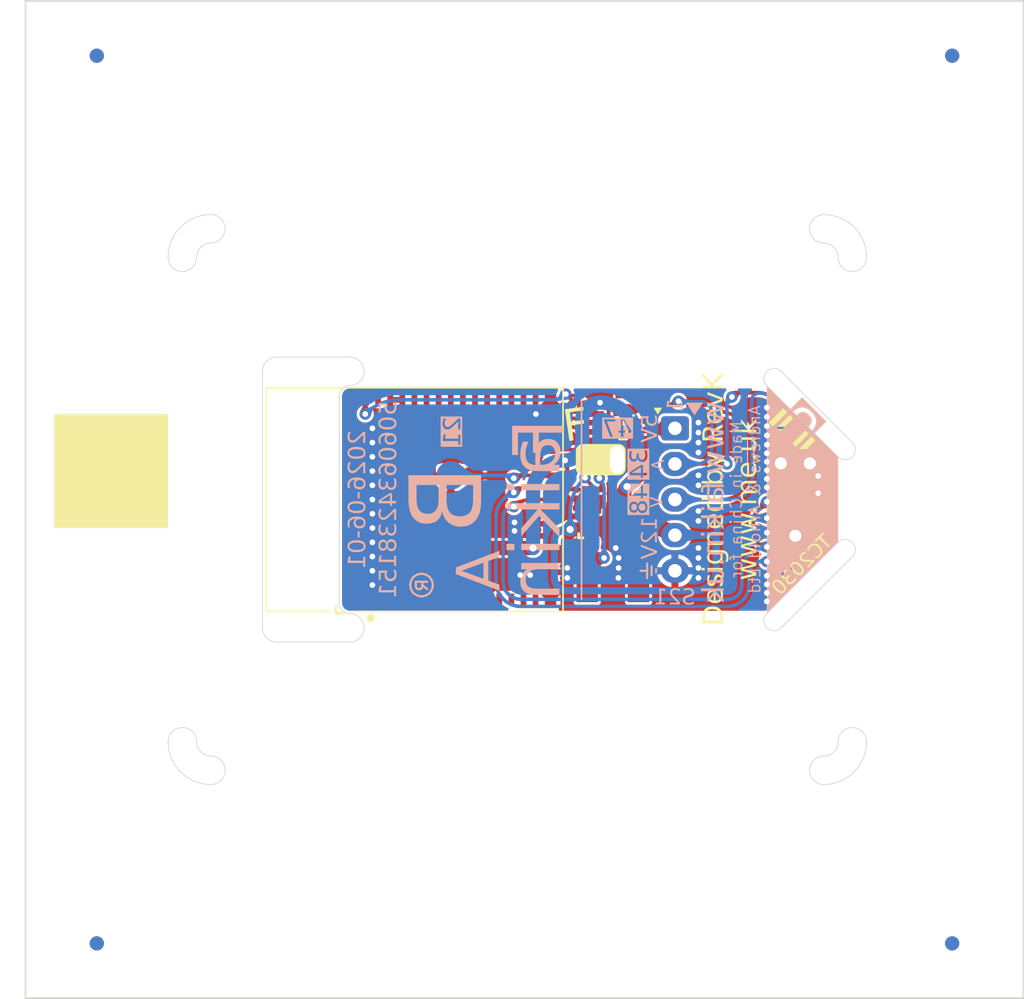
<source format=kicad_pcb>
(kicad_pcb (version 20241229) (generator "pcbnew") (generator_version "9.0")
  (title_block (title "PCB-FAIKIN") (rev "1") (company "Adrian Kennard, Andrews & Arnold Ltd"))
  (layers (0 "F.Cu" signal) (2 "B.Cu" signal) (13 "F.Paste" user) (15 "B.Paste" user) (5 "F.SilkS" user "F.Silkscreen") (7 "B.SilkS" user "B.Silkscreen") (1 "F.Mask" user) (3 "B.Mask" user) (25 "Edge.Cuts" user))
  (net 0 "")
  (net 1 "GND")
  (net 2 "TX")
  (net 3 "RX")
  (net 4 "Net-(D4-K)")
  (net 5 "LED")
  (net 6 "DC")
  (net 7 "Net-(U4-EN)")
  (net 8 "Net-(J1-Pin_3)")
  (net 17 "+3.3V")
  (net 21 "Net-(J1-Pin_1)")
  (net 34 "D-")
  (net 35 "D+")
  (net 39 "Net-(J3-Pin_2)")
  (net 40 "BST")
  (net 41 "Net-(D4-A)")
  (net 42 "SW")
  (net 43 "FB")
  (net 44 "EN")
  (footprint "RevK:C_0201" (layer "F.Cu") (at 139.2 64.6 90)
    (property "Reference" "C19" (hide yes))
    (property "Value" "18pF")
  )
  (footprint "RevK:R_0201" (layer "F.Cu") (at 138.6 64.62 -90)
    (property "Reference" "R6" (hide yes))
    (property "Value" "150k 1%")
  )
  (footprint "RevK:R_0201" (layer "F.Cu") (at 143.5 59.8 90)
    (property "Reference" "R1" (hide yes))
    (property "Value" "10k")
  )
  (footprint "RevK:VCUT70N" (layer "F.Cu") (at 135 83)
    (property "Reference" "V4" (hide yes))
    (property "Value" "~")
  )
  (footprint "RevK:C_0201" (layer "F.Cu") (at 141.4 67.1)
    (property "Reference" "C3" (hide yes))
    (property "Value" "100nF")
  )
  (footprint "RevK:SMD1010" (layer "F.Cu") (at 139.8 62.2 180)
    (property "Reference" "D1" (hide yes))
    (property "Value" "XL-1010RGBC-WS2812B" (hide yes))
  )
  (footprint "RevK:VCUT70N" (layer "F.Cu") (at 112 65 90)
    (property "Reference" "V5" (hide yes))
    (property "Value" "~")
  )
  (footprint "RevK:VCUT70N" (layer "F.Cu") (at 135 47)
    (property "Reference" "V3" (hide yes))
    (property "Value" "~")
  )
  (footprint "RevK:C_0402" (layer "F.Cu") (at 138.1 68.5 -90)
    (property "Reference" "C16" (hide yes))
    (property "Value" "100nF 25V" (hide yes))
  )
  (footprint "RevK:DFN1006-2L" (layer "F.Cu") (at 143.5 58.2 -90)
    (property "Reference" "D3" (hide yes))
    (property "Value" "~")
  )
  (footprint "RevK:R_0201" (layer "F.Cu") (at 139.8 64.6 -90)
    (property "Reference" "R5" (hide yes))
    (property "Value" "100k")
  )
  (footprint "RevK:C_0201" (layer "F.Cu") (at 141.4 66)
    (property "Reference" "C2" (hide yes))
    (property "Value" "100nF")
  )
  (footprint "RevK:C_0201" (layer "F.Cu") (at 138.6 58.3)
    (property "Reference" "C6" (hide yes))
    (property "Value" "1uF")
  )
  (footprint "RevK:D_0402" (layer "F.Cu") (at 142.65 58.2 90)
    (property "Reference" "D4" (hide yes))
    (property "Value" "D")
  )
  (footprint "RevK:C_0201" (layer "F.Cu") (at 141.4 64.9)
    (property "Reference" "C4" (hide yes))
    (property "Value" "100nF")
  )
  (footprint "RevK:SOT-363_SC-70-6" (layer "F.Cu") (at 140.6 59.6 180)
    (property "Reference" "Q1" (hide yes))
    (property "Value" "BSS138PS")
  )
  (footprint "RevK:R_0201" (layer "F.Cu") (at 139.2 57.7 180)
    (property "Reference" "R3" (hide yes))
    (property "Value" "10K")
  )
  (footprint "RevK:DFN1006-2L" (layer "F.Cu") (at 142.65 60 90)
    (property "Reference" "D2" (hide yes))
    (property "Value" "~")
  )
  (footprint "RevK:SOT-563" (layer "F.Cu") (at 139.7 66.3875 90)
    (property "Reference" "U1" (hide yes))
    (property "Value" "TPS562246")
  )
  (footprint "RevK:1x2-Hole" (layer "F.Cu") (at 141.5 62.2)
    (property "Reference" "TP1" (hide yes))
    (property "Value" "TestPoint")
  )
  (footprint "RevK:ESP32-S3-MINI-1" (layer "F.Cu") (at 129.83 65 90)
    (property "Reference" "U4" (hide yes))
    (property "Value" "ESP32-S3-MINI-1" (hide yes))
  )
  (footprint "RevK:C_0201" (layer "F.Cu") (at 138 64.6 90)
    (property "Reference" "C1" (hide yes))
    (property "Value" "100nF")
  )
  (footprint "RevK:VCUT70N" (layer "F.Cu") (at 135 73 180)
    (property "Reference" "V2" (hide yes))
    (property "Value" "~")
  )
  (footprint "RevK:C_0805" (layer "F.Cu") (at 143.6 62.2 90)
    (property "Reference" "C15" (hide yes))
    (property "Value" "47uF 6V")
  )
  (footprint "RevK:JST_EH_S5B-EH_1x05_P2.50mm_Horizontal" (layer "F.Cu") (at 145.555 60 -90)
    (property "Reference" "J1" (hide yes))
    (property "Value" "1x5")
  )
  (footprint "RevK:R_0201" (layer "F.Cu") (at 138.3 65.6 180)
    (property "Reference" "R8" (hide yes))
    (property "Value" "33k 1%")
  )
  (footprint "RevK:C_0805" (layer "F.Cu") (at 143.6 66 90)
    (property "Reference" "C17" (hide yes))
    (property "Value" "22uF 25V")
  )
  (footprint "RevK:L_5x5" (layer "F.Cu") (at 141.2 70.2)
    (property "Reference" "L1" (hide yes))
    (property "Value" "4.7uH")
  )
  (footprint "RevK:R_0201" (layer "F.Cu") (at 141.3 57.7)
    (property "Reference" "R2" (hide yes))
    (property "Value" "10k")
  )
  (footprint "RevK:C_0201" (layer "F.Cu") (at 140.4 64.58 90)
    (property "Reference" "C18" (hide yes))
    (property "Value" "100nF")
  )
  (footprint "RevK:PCB7070" (layer "F.Cu") (at 135 65)
    (property "Reference" "PCB1" (hide yes))
    (property "Value" "70x70" (hide yes))
    (fp_line (start -35 -35) (end 35 -35) (stroke (width 0.12)) (layer "Edge.Cuts"))
    (fp_line (start -35 35) (end -35 -35) (stroke (width 0.12)) (layer "Edge.Cuts"))
    (fp_line (start 35 -35) (end 35 35) (stroke (width 0.12)) (layer "Edge.Cuts"))
    (fp_line (start 35 35) (end -35 35) (stroke (width 0.12)) (layer "Edge.Cuts"))
  )
  (footprint "RevK:Tag-Connect_TC2030-IDC-NL_2x03_P1.27mm_Vertical" (layer "B.Cu") (at 154 65 90)
    (property "Reference" "J2" (hide yes))
    (property "Value" "TC2030-USB-NL")
  )
  (footprint "RevK:VCUT70N" (layer "B.Cu") (at 135 57 180)
    (property "Reference" "V1" (hide yes))
    (property "Value" "~")
  )
  (footprint "RevK:VCUT70N" (layer "B.Cu") (at 157 65 90)
    (property "Reference" "V6" (hide yes))
    (property "Value" "~")
  )
  (footprint "RevK:AA-Pad" (layer "B.Cu") (at 129.83 65 -90)
    (property "Reference" "J3" (hide yes))
    (property "Value" "Reset")
  )
  (gr_circle (center 139.5 62.9) (end 139.5 63) (fill yes) (layer "F.SilkS"))
  (gr_rect (start 102 59) (end 110 67) (fill yes) (layer "F.SilkS"))
  (gr_circle (center 124.2 73.3) (end 124.5 73.3) (fill yes) (layer "F.SilkS"))
  (gr_poly (pts (xy 144.055 58.55) (xy 144.655 58.55) (xy 144.355 59.05)) (fill yes) (layer "F.SilkS"))
  (gr_rect (start 139.1 61.6) (end 141.6 62.8) (stroke (width 1)) (fill yes) (layer "F.SilkS"))
  (gr_poly (pts (xy 147.53 58.2) (xy 146.33 58.2) (xy 146.93 59.1)) (fill yes) (layer "B.SilkS"))
  (gr_line (start 139 58) (end 139 72) (stroke (width 0.12)) (layer "B.SilkS"))
  (gr_arc (start 113 83) (mid 114 84) (end 113 85) (stroke (width 0.05)) (layer "Edge.Cuts"))
  (gr_arc (start 123.75 74) (mid 123.457107 74.707107) (end 122.75 75) (stroke (width 0.05)) (layer "Edge.Cuts"))
  (gr_arc (start 159 82) (mid 158.12132 84.12132) (end 156 85) (stroke (width 0.05)) (layer "Edge.Cuts"))
  (gr_arc (start 156 85) (mid 155 84) (end 156 83) (stroke (width 0.05)) (layer "Edge.Cuts"))
  (gr_line (start 152 73) (end 157 68) (stroke (width 0.05)) (layer "Edge.Cuts"))
  (gr_arc (start 113 45) (mid 114 46) (end 113 47) (stroke (width 0.05)) (layer "Edge.Cuts"))
  (gr_arc (start 157 68) (mid 157.999998 68) (end 157.999998 68.999998) (stroke (width 0.05)) (layer "Edge.Cuts"))
  (gr_line (start 152.999998 56.000002) (end 157.999998 61.000002) (stroke (width 0.05)) (layer "Edge.Cuts"))
  (gr_arc (start 156 47) (mid 156.707107 47.292893) (end 157 48) (stroke (width 0.05)) (layer "Edge.Cuts"))
  (gr_arc (start 159 48) (mid 158 49) (end 157 48) (stroke (width 0.05)) (layer "Edge.Cuts"))
  (gr_arc (start 152.999998 73.999998) (mid 152 73.999998) (end 152 73) (stroke (width 0.05)) (layer "Edge.Cuts"))
  (gr_arc (start 122.75 73) (mid 122.21967 72.78033) (end 122 72.25) (stroke (width 0.05)) (layer "Edge.Cuts"))
  (gr_arc (start 156 45) (mid 158.12132 45.87868) (end 159 48) (stroke (width 0.05)) (layer "Edge.Cuts"))
  (gr_arc (start 110 48) (mid 110.87868 45.87868) (end 113 45) (stroke (width 0.05)) (layer "Edge.Cuts"))
  (gr_arc (start 112 48) (mid 112.292893 47.292893) (end 113 47) (stroke (width 0.05)) (layer "Edge.Cuts"))
  (gr_line (start 116.619601 56) (end 116.619601 74) (stroke (width 0.05)) (layer "Edge.Cuts"))
  (gr_arc (start 110 82) (mid 111 81) (end 112 82) (stroke (width 0.05)) (layer "Edge.Cuts"))
  (gr_arc (start 113 83) (mid 112.292893 82.707107) (end 112 82) (stroke (width 0.05)) (layer "Edge.Cuts"))
  (gr_line (start 152.999998 73.999998) (end 157.999998 68.999998) (stroke (width 0.05)) (layer "Edge.Cuts"))
  (gr_line (start 122.75 75) (end 117.619601 75) (stroke (width 0.05)) (layer "Edge.Cuts"))
  (gr_arc (start 117.619601 75) (mid 116.912494 74.707107) (end 116.619601 74) (stroke (width 0.05)) (layer "Edge.Cuts"))
  (gr_arc (start 112 48) (mid 111 49) (end 110 48) (stroke (width 0.05)) (layer "Edge.Cuts"))
  (gr_arc (start 157 82) (mid 156.707107 82.707107) (end 156 83) (stroke (width 0.05)) (layer "Edge.Cuts"))
  (gr_arc (start 122.75 55) (mid 123.457107 55.292893) (end 123.75 56) (stroke (width 0.05)) (layer "Edge.Cuts"))
  (gr_arc (start 157 82) (mid 158 81) (end 159 82) (stroke (width 0.05)) (layer "Edge.Cuts"))
  (gr_arc (start 152 57) (mid 152 56.000002) (end 152.999998 56.000002) (stroke (width 0.05)) (layer "Edge.Cuts"))
  (gr_arc (start 157.999998 61.000002) (mid 157.999998 62) (end 157 62) (stroke (width 0.05)) (layer "Edge.Cuts"))
  (gr_line (start 152 57) (end 157 62) (stroke (width 0.05)) (layer "Edge.Cuts"))
  (gr_arc (start 122 57.75) (mid 122.21967 57.21967) (end 122.75 57) (stroke (width 0.05)) (layer "Edge.Cuts"))
  (gr_arc (start 113 85) (mid 110.87868 84.12132) (end 110 82) (stroke (width 0.05)) (layer "Edge.Cuts"))
  (gr_arc (start 116.619601 56) (mid 116.912494 55.292894) (end 117.619601 55) (stroke (width 0.05)) (layer "Edge.Cuts"))
  (gr_arc (start 156 47) (mid 155 46) (end 156 45) (stroke (width 0.05)) (layer "Edge.Cuts"))
  (gr_arc (start 123.75 56) (mid 123.457107 56.707107) (end 122.75 57) (stroke (width 0.05)) (layer "Edge.Cuts"))
  (gr_arc (start 122.75 73) (mid 123.457107 73.292893) (end 123.75 74) (stroke (width 0.05)) (layer "Edge.Cuts"))
  (gr_line (start 117.619601 55) (end 122.75 55) (stroke (width 0.05)) (layer "Edge.Cuts"))
  (gr_line (start 122 57.75) (end 122 72.25) (stroke (width 0.05)) (layer "Edge.Cuts"))
  (gr_text "3" (at 153.3 65 90) (layer "F.SilkS" knockout) (effects (font (size 1.1 1.1))))
  (gr_text "Designed by RevK\nwww.me.uk" (at 149.5 65 90) (layer "F.SilkS") (effects (font (size 1.4 1.4))))
  (gr_text "1" (at 153.33 60 90) (layer "F.SilkS" knockout) (effects (font (size 1.1 1.1))))
  (gr_text "5" (at 153.33 70 90) (layer "F.SilkS" knockout) (effects (font (size 1.1 1.1))))
  (gr_text "F" (at 138.6 59.9 8) (layer "F.SilkS") (effects (font (size 2.2 2.2))))
  (gr_text "S21" (at 156 65 90) (layer "F.SilkS" knockout) (effects (font (size 1.7 1.7))))
  (gr_text "TC2030" (at 154.5 69.6 45) (layer "B.SilkS" knockout) (effects (font (size 1 1)) (justify mirror)))
  (gr_text "F" (at 136.25 60.749998 90) (layer "B.SilkS") (effects (font (size 3.5 3.5)) (justify mirror)))
  (gr_text "®" (at 127.8 71 90) (layer "B.SilkS") (effects (font (size 1.2 1.2)) (justify mirror)))
  (gr_text "${CURRENT_DATE}" (at 123.33 65 90) (layer "B.SilkS") (effects (font (size 1.2 1.2)) (justify mirror)))
  (gr_text "1" (at 145.63 58.4 90) (layer "B.SilkS") (effects (font (size 1.1 1.1) (thickness 0.1)) (justify mirror)))
  (gr_text "U" (at 154.4 59.6 135) (layer "B.SilkS" knockout) (effects (font (size 2.4 2.4)) (justify mirror)))
  (gr_text ">" (at 144.33 62.6 0) (layer "B.SilkS") (effects (font (size 1 1)) (justify mirror)))
  (gr_text "Made in China for\nAndrews & Arnold Ltd" (at 150.5 65 90) (layer "B.SilkS") (effects (font (size 0.8 0.8) (thickness 0.1)) (justify mirror)))
  (gr_text "5060634238151" (at 125.5 65 90) (layer "B.SilkS") (effects (font (size 1.2 1.2) (thickness 0.025)) (justify mirror)))
  (gr_text "A" (at 132 70 90) (layer "B.SilkS") (effects (font (size 3 3)) (justify mirror)))
  (gr_text "48" (at 143.1 65 90) (layer "B.SilkS" knockout) (effects (font (size 1.2 1.2) (thickness 0.1)) (justify mirror)))
  (gr_text "aikin.uk" (at 148.35 64.05 90) (layer "B.SilkS") (effects (font (size 1.5 1.5)) (justify left mirror)))
  (gr_text "S21" (at 145.53 71.9 0) (layer "B.SilkS") (effects (font (size 1.1 1.1)) (justify mirror)))
  (gr_text "5V" (at 143.83 60 90) (layer "B.SilkS") (effects (font (size 1.1 1.1) (thickness 0.1)) (justify mirror)))
  (gr_text "12V" (at 143.83 67.7 90) (layer "B.SilkS") (effects (font (size 1.1 1.1) (thickness 0.1)) (justify mirror)))
  (gr_text " aikin" (at 136 65.499998 90) (layer "B.SilkS") (effects (font (size 3.5 3.5)) (justify mirror)))
  (gr_text "47" (at 141.5 60.1 0) (layer "B.SilkS" knockout) (effects (font (size 1.2 1.2) (thickness 0.1)) (justify mirror)))
  (gr_text "www.f" (at 148.35 64.45 90) (layer "B.SilkS") (effects (font (size 1.5 1.5)) (justify right mirror)))
  (gr_text "21" (at 130 60.25 90) (layer "B.SilkS" knockout) (effects (font (size 1.2 1.2) (thickness 0.1)) (justify mirror)))
  (gr_text "34" (at 143.1 62.5 90) (layer "B.SilkS" knockout) (effects (font (size 1.2 1.2) (thickness 0.1)) (justify mirror)))
  (gr_text "<" (at 144.23 65.2 0) (layer "B.SilkS") (effects (font (size 1 1)) (justify mirror)))
  (gr_text "⏚" (at 143.73 70 90) (layer "B.SilkS") (effects (font (size 1.1 1.1)) (justify mirror)))
  (segment (start 136.83 72) (end 136.83 70.95) (width 0.5) (layer "F.Cu") (net 1))
  (segment (start 138.1 68.9) (end 137.674975 68.9) (width 0.5) (layer "F.Cu") (net 1))
  (segment (start 137.98 65.82) (end 137.1 66.7) (width 0.25) (layer "F.Cu") (net 1))
  (segment (start 138.1 68.9) (end 138.037107 68.9) (width 0.5) (layer "F.Cu") (net 1))
  (segment (start 137.98 65.6) (end 137.98 65.82) (width 0.25) (layer "F.Cu") (net 1))
  (via (at 124.33 66) (size 0.8) (drill 0.4) (layers "F.Cu" "B.Cu") (net 1))
  (via (at 151.999884 67.324981) (size 0.8) (drill 0.4) (layers "F.Cu" "B.Cu") (net 1))
  (via (at 147.2 70.5) (size 0.8) (drill 0.4) (layers "F.Cu" "B.Cu") (net 1))
  (via (at 124.33 61) (size 0.8) (drill 0.4) (layers "F.Cu" "B.Cu") (net 1))
  (via (at 147.2 68.4) (size 0.8) (drill 0.4) (layers "F.Cu" "B.Cu") (net 1))
  (via (at 152 71.55) (size 0.8) (drill 0.4) (layers "F.Cu" "B.Cu") (net 1))
  (via (at 152 70.95) (size 0.8) (drill 0.4) (layers "F.Cu" "B.Cu") (net 1))
  (via (at 138 69.8) (size 0.8) (drill 0.4) (layers "F.Cu" "B.Cu") (net 1))
  (via (at 124.33 67) (size 0.8) (drill 0.4) (layers "F.Cu" "B.Cu") (net 1))
  (via (at 135.4 70.3) (size 0.8) (drill 0.4) (layers "F.Cu" "B.Cu") (net 1))
  (via (at 147.2 69.1) (size 0.8) (drill 0.4) (layers "F.Cu" "B.Cu") (net 1))
  (via (at 134.3 67.2) (size 0.8) (drill 0.4) (layers "F.Cu" "B.Cu") (net 1))
  (via (at 147.2 59.6) (size 0.8) (drill 0.4) (layers "F.Cu" "B.Cu") (net 1))
  (via (at 152 70.35) (size 0.8) (drill 0.4) (layers "F.Cu" "B.Cu") (net 1))
  (via (at 152 62.95) (size 0.8) (drill 0.4) (layers "F.Cu" "B.Cu") (net 1))
  (via (at 147.2 64) (size 0.8) (drill 0.4) (layers "F.Cu" "B.Cu") (net 1))
  (via (at 147.2 61.7) (size 0.8) (drill 0.4) (layers "F.Cu" "B.Cu") (net 1))
  (via (at 152 63.55) (size 0.8) (drill 0.4) (layers "F.Cu" "B.Cu") (net 1))
  (via (at 147.2 66.5) (size 0.8) (drill 0.4) (layers "F.Cu" "B.Cu") (net 1))
  (via (at 141.582286 70.5) (size 0.8) (drill 0.4) (layers "F.Cu" "B.Cu") (net 1))
  (via (at 124.33 68) (size 0.8) (drill 0.4) (layers "F.Cu" "B.Cu") (net 1))
  (via (at 135.8 59) (size 0.8) (drill 0.4) (layers "F.Cu" "B.Cu") (net 1))
  (via (at 147.2 60.3) (size 0.8) (drill 0.4) (layers "F.Cu" "B.Cu") (net 1))
  (via (at 152 64.15) (size 0.8) (drill 0.4) (layers "F.Cu" "B.Cu") (net 1))
  (via (at 152 59.85) (size 0.8) (drill 0.4) (layers "F.Cu" "B.Cu") (net 1))
  (via (at 147.2 69.8) (size 0.8) (drill 0.4) (layers "F.Cu" "B.Cu") (net 1))
  (via (at 124.33 71) (size 0.8) (drill 0.4) (layers "F.Cu" "B.Cu") (net 1))
  (via (at 124.33 63) (size 0.8) (drill 0.4) (layers "F.Cu" "B.Cu") (net 1))
  (via (at 147.2 63.3) (size 0.8) (drill 0.4) (layers "F.Cu" "B.Cu") (net 1))
  (via (at 124.33 70) (size 0.8) (drill 0.4) (layers "F.Cu" "B.Cu") (net 1))
  (via (at 147.2 65.8) (size 0.8) (drill 0.4) (layers "F.Cu" "B.Cu") (net 1))
  (via (at 124.33 65) (size 0.8) (drill 0.4) (layers "F.Cu" "B.Cu") (net 1))
  (via (at 152 62.35) (size 0.8) (drill 0.4) (layers "F.Cu" "B.Cu") (net 1))
  (via (at 124.33 60) (size 0.8) (drill 0.4) (layers "F.Cu" "B.Cu") (net 1))
  (via (at 141.6 69.1) (size 0.8) (drill 0.4) (layers "F.Cu" "B.Cu") (net 1))
  (via (at 141.6 69.802531) (size 0.8) (drill 0.4) (layers "F.Cu" "B.Cu") (net 1))
  (via (at 147.2 61) (size 0.8) (drill 0.4) (layers "F.Cu" "B.Cu") (net 1))
  (via (at 152 58.55) (size 0.8) (drill 0.4) (layers "F.Cu" "B.Cu") (net 1))
  (via (at 138 70.5) (size 0.8) (drill 0.4) (layers "F.Cu" "B.Cu") (net 1))
  (via (at 152 61.15) (size 0.8) (drill 0.4) (layers "F.Cu" "B.Cu") (net 1))
  (via (at 124.33 69) (size 0.8) (drill 0.4) (layers "F.Cu" "B.Cu") (net 1))
  (via (at 124.33 62) (size 0.8) (drill 0.4) (layers "F.Cu" "B.Cu") (net 1))
  (via (at 141.4 68.4) (size 0.8) (drill 0.4) (layers "F.Cu" "B.Cu") (net 1))
  (via (at 134.3 66.6) (size 0.8) (drill 0.4) (layers "F.Cu" "B.Cu") (net 1))
  (via (at 152 60.5) (size 0.8) (drill 0.4) (layers "F.Cu" "B.Cu") (net 1))
  (via (at 124.33 64) (size 0.8) (drill 0.4) (layers "F.Cu" "B.Cu") (net 1))
  (via (at 134.7 70.3) (size 0.8) (drill 0.4) (layers "F.Cu" "B.Cu") (net 1))
  (via (at 152 72.15) (size 0.8) (drill 0.4) (layers "F.Cu" "B.Cu") (net 1))
  (via (at 152 61.75) (size 0.8) (drill 0.4) (layers "F.Cu" "B.Cu") (net 1))
  (via (at 152 59.2) (size 0.8) (drill 0.4) (layers "F.Cu" "B.Cu") (net 1))
  (arc (start 138.037107 68.9) (mid 137.383825 68.770055) (end 136.83 68.4) (width 0.5) (layer "F.Cu") (net 1))
  (arc (start 137.674975 68.9) (mid 137.217678 68.990962) (end 136.83 69.25) (width 0.5) (layer "F.Cu") (net 1))
  (segment (start 139.65 59.6) (end 139.141421 59.6) (width 0.25) (layer "F.Cu") (net 2))
  (segment (start 138.9 59.5) (end 138.901752 59.501752) (width 0.25) (layer "F.Cu") (net 2))
  (segment (start 138.41468 59.3) (end 137.433553 59.3) (width 0.25) (layer "F.Cu") (net 2))
  (arc (start 137.433553 59.3) (mid 137.106912 59.235027) (end 136.83 59.05) (width 0.25) (layer "F.Cu") (net 2))
  (arc (start 138.901752 59.501752) (mid 138.678282 59.352433) (end 138.41468 59.3) (width 0.25) (layer "F.Cu") (net 2))
  (arc (start 139.141421 59.6) (mid 139.010765 59.574011) (end 138.9 59.5) (width 0.25) (layer "F.Cu") (net 2))
  (segment (start 139.101776 60.25) (end 139.65 60.25) (width 0.25) (layer "F.Cu") (net 3))
  (segment (start 136.83 59.9) (end 138.256802 59.9) (width 0.25) (layer "F.Cu") (net 3))
  (arc (start 138.256802 59.9) (mid 138.550778 59.958476) (end 138.8 60.125) (width 0.25) (layer "F.Cu") (net 3))
  (arc (start 138.8 60.125) (mid 138.938456 60.217513) (end 139.101776 60.25) (width 0.25) (layer "F.Cu") (net 3))
  (segment (start 142.641504 58.7) (end 142.365504 58.424) (width 0.25) (layer "F.Cu") (net 4))
  (segment (start 142.365504 58.424) (end 141.6 58.424) (width 0.25) (layer "F.Cu") (net 4))
  (segment (start 142.65 58.7) (end 143.5 58.7) (width 0.25) (layer "F.Cu") (net 4))
  (segment (start 145.8 58.128036) (end 145.8 58.099) (width 0.25) (layer "F.Cu") (net 4))
  (segment (start 151.434315 57.5) (end 150.8 57.5) (width 0.25) (layer "F.Cu") (net 4))
  (segment (start 149.85 57.5) (end 150.3 57.5) (width 0.25) (layer "F.Cu") (net 4))
  (segment (start 141.55 59.6) (end 141.3 59.6) (width 0.25) (layer "F.Cu") (net 4))
  (segment (start 143.826 58.374) (end 143.5 58.7) (width 0.25) (layer "F.Cu") (net 4))
  (segment (start 141.175 58.425) (end 141.986091 58.425) (width 0.25) (layer "F.Cu") (net 4))
  (segment (start 156.4 62.55) (end 156.4 62.5) (width 0.25) (layer "F.Cu") (net 4))
  (segment (start 145.555 62.5) (end 149.2 62.5) (width 0.25) (layer "F.Cu") (net 4))
  (segment (start 140.9 59.2) (end 140.9 58.7) (width 0.25) (layer "F.Cu") (net 4))
  (segment (start 145.329814 58.370598) (end 145.53037 58.316863) (width 0.25) (layer "F.Cu") (net 4))
  (segment (start 145.53037 58.316863) (end 145.710186 58.213053) (width 0.25) (layer "F.Cu") (net 4))
  (segment (start 145.785993 58.142043) (end 145.8 58.128036) (width 0.25) (layer "F.Cu") (net 4))
  (segment (start 145.225999 58.374) (end 145.329814 58.370598) (width 0.25) (layer "F.Cu") (net 4))
  (segment (start 150.3 57.5) (end 150.8 57.5) (width 0.25) (layer "F.Cu") (net 4))
  (segment (start 155.975736 61.475736) (end 152.4 57.9) (width 0.25) (layer "F.Cu") (net 4))
  (segment (start 145.136091 58.374) (end 143.826 58.374) (width 0.25) (layer "F.Cu") (net 4))
  (segment (start 150.8 57.5) (end 151.2 57.5) (width 0.25) (layer "F.Cu") (net 4))
  (segment (start 145.710186 58.213053) (end 145.785993 58.142043) (width 0.25) (layer "F.Cu") (net 4))
  (via (at 145.8 58.099) (size 0.8) (drill 0.4) (layers "F.Cu" "B.Cu") (net 4))
  (via (at 155.6 63.35) (size 0.8) (drill 0.4) (layers "F.Cu" "B.Cu") (net 4))
  (via (at 149.2 62.5) (size 0.8) (drill 0.4) (layers "F.Cu" "B.Cu") (net 4))
  (via (at 149.55 57.8) (size 0.8) (drill 0.4) (layers "F.Cu" "B.Cu") (net 4))
  (arc (start 140.9 58.7) (mid 140.980546 58.505546) (end 141.175 58.425) (width 0.25) (layer "F.Cu") (net 4))
  (arc (start 141.3 59.6) (mid 141.017157 59.482843) (end 140.9 59.2) (width 0.25) (layer "F.Cu") (net 4))
  (arc (start 155.6 63.35) (mid 156.165685 63.115685) (end 156.4 62.55) (width 0.25) (layer "F.Cu") (net 4))
  (arc (start 152.4 57.9) (mid 151.95694 57.603957) (end 151.434315 57.5) (width 0.25) (layer "F.Cu") (net 4))
  (arc (start 149.55 57.8) (mid 149.637868 57.587868) (end 149.85 57.5) (width 0.25) (layer "F.Cu") (net 4))
  (arc (start 156.4 62.5) (mid 156.289737 61.945673) (end 155.975736 61.475736) (width 0.25) (layer "F.Cu") (net 4))
  (arc (start 145.8 58.099) (mid 145.495396 58.30253) (end 145.136091 58.374) (width 0.25) (layer "F.Cu") (net 4))
  (segment (start 147.358036 58.128036) (end 145.829036 58.128036) (width 0.25) (layer "B.Cu") (net 4))
  (segment (start 145.555 62.5) (end 147.08 62.5) (width 0.25) (layer "B.Cu") (net 4))
  (segment (start 148.13 61.45) (end 148.13 58.9) (width 0.25) (layer "B.Cu") (net 4))
  (segment (start 154.635 63.73) (end 155.22 63.73) (width 0.25) (layer "B.Cu") (net 4))
  (segment (start 145.829036 58.128036) (end 145.8 58.099) (width 0.25) (layer "B.Cu") (net 4))
  (segment (start 149.2 62.5) (end 149.2 58.15) (width 0.25) (layer "B.Cu") (net 4))
  (arc (start 148.13 58.9) (mid 147.903897 58.354139) (end 147.358036 58.128036) (width 0.25) (layer "B.Cu") (net 4))
  (arc (start 149.2 58.15) (mid 149.302513 57.902513) (end 149.55 57.8) (width 0.25) (layer "B.Cu") (net 4))
  (arc (start 147.08 62.5) (mid 147.822462 62.192462) (end 148.13 61.45) (width 0.25) (layer "B.Cu") (net 4))
  (arc (start 155.22 63.73) (mid 155.488701 63.618701) (end 155.6 63.35) (width 0.25) (layer "B.Cu") (net 4))
  (segment (start 137.071421 61.5) (end 138.711091 61.5) (width 0.25) (layer "F.Cu") (net 5))
  (arc (start 136.83 61.6) (mid 136.940765 61.525989) (end 137.071421 61.5) (width 0.25) (layer "F.Cu") (net 5))
  (arc (start 138.711091 61.5) (mid 139.070396 61.57147) (end 139.375 61.775) (width 0.25) (layer "F.Cu") (net 5))
  (segment (start 143.612556 66.937909) (end 144.197992 66.937909) (width 1) (layer "F.Cu") (net 6))
  (segment (start 138.1 67.341421) (end 138.1 68) (width 0.6) (layer "F.Cu") (net 6))
  (segment (start 138.2 67.1) (end 138.7 67.1) (width 1) (layer "F.Cu") (net 6))
  (segment (start 139.65367 63.926728) (end 139.289846 63.562904) (width 0.25) (layer "F.Cu") (net 6))
  (segment (start 143.6 66.9375) (end 143.612556 66.937909) (width 1) (layer "F.Cu") (net 6))
  (via (at 152 66.3) (size 0.8) (drill 0.4) (layers "F.Cu" "B.Cu") (net 6))
  (via (at 139.250031 63.466782) (size 0.8) (drill 0.4) (layers "F.Cu" "B.Cu") (net 6))
  (via (at 138.2 67.1) (size 1) (drill 0.5) (layers "F.Cu" "B.Cu") (net 6))
  (arc (start 144.197992 66.937909) (mid 144.932399 67.083992) (end 145.555 67.5) (width 1) (layer "F.Cu") (net 6))
  (arc (start 139.799488 64.247288) (mid 139.755976 64.07358) (end 139.65367 63.926728) (width 0.25) (layer "F.Cu") (net 6))
  (arc (start 138.2 67.1) (mid 138.125989 67.210765) (end 138.1 67.341421) (width 0.6) (layer "F.Cu") (net 6))
  (segment (start 137.9 67.1) (end 138.2 67.1) (width 0.5) (layer "B.Cu") (net 6))
  (segment (start 147 71.4) (end 138 71.4) (width 0.5) (layer "B.Cu") (net 6))
  (segment (start 152 66.3) (end 149.652056 66.3) (width 0.5) (layer "B.Cu") (net 6))
  (segment (start 138.2 65.913928) (end 138.2 67.1) (width 0.25) (layer "B.Cu") (net 6))
  (segment (start 148.452056 67.5) (end 148.452056 69.947944) (width 0.5) (layer "B.Cu") (net 6))
  (segment (start 137.1 70.5) (end 137.1 67.9) (width 0.5) (layer "B.Cu") (net 6))
  (segment (start 139.187909 63.528903) (end 139.250031 63.466782) (width 0.25) (layer "B.Cu") (net 6))
  (segment (start 153.365 66.27) (end 152.072426 66.27) (width 0.5) (layer "B.Cu") (net 6))
  (segment (start 145.555 67.5) (end 148.452056 67.5) (width 0.5) (layer "B.Cu") (net 6))
  (arc (start 148.452056 69.947944) (mid 148.026759 70.974703) (end 147 71.4) (width 0.5) (layer "B.Cu") (net 6))
  (arc (start 138 71.4) (mid 137.363604 71.136396) (end 137.1 70.5) (width 0.5) (layer "B.Cu") (net 6))
  (arc (start 138.2 65.913928) (mid 138.456749 64.623162) (end 139.187909 63.528903) (width 0.25) (layer "B.Cu") (net 6))
  (arc (start 152.072426 66.27) (mid 152.03323 66.277797) (end 152 66.3) (width 0.5) (layer "B.Cu") (net 6))
  (arc (start 137.1 67.9) (mid 137.334315 67.334315) (end 137.9 67.1) (width 0.5) (layer "B.Cu") (net 6))
  (arc (start 149.652056 66.3) (mid 148.803528 66.651472) (end 148.452056 67.5) (width 0.5) (layer "B.Cu") (net 6))
  (segment (start 138.28 58.3) (end 138.28 57.98) (width 0.25) (layer "F.Cu") (net 7))
  (segment (start 138 57.7) (end 137.9 57.6) (width 0.25) (layer "F.Cu") (net 7))
  (segment (start 138.28 57.98) (end 137.9 57.6) (width 0.25) (layer "F.Cu") (net 7))
  (segment (start 138.88 57.7) (end 138 57.7) (width 0.25) (layer "F.Cu") (net 7))
  (segment (start 123.829502 59) (end 123.829502 58.050498) (width 0.25) (layer "F.Cu") (net 7))
  (via (at 137.9 57.6) (size 0.8) (drill 0.4) (layers "F.Cu" "B.Cu") (net 7))
  (via (at 123.829502 59) (size 0.8) (drill 0.4) (layers "F.Cu" "B.Cu") (net 7))
  (segment (start 126.243715 58) (end 136.934315 58) (width 0.25) (layer "B.Cu") (net 7))
  (arc (start 136.934315 58) (mid 137.45694 57.896043) (end 137.9 57.6) (width 0.25) (layer "B.Cu") (net 7))
  (arc (start 126.243715 58) (mid 124.937153 58.259891) (end 123.829502 59) (width 0.25) (layer "B.Cu") (net 7))
  (segment (start 141.853894 58.95) (end 141.965559 58.996252) (width 0.25) (layer "F.Cu") (net 8))
  (segment (start 141.55 58.95) (end 141.853894 58.95) (width 0.25) (layer "F.Cu") (net 8))
  (segment (start 143.5 59.48) (end 142.698284 59.48) (width 0.25) (layer "F.Cu") (net 8))
  (segment (start 150.8 63.05) (end 150.8 61.024) (width 0.25) (layer "F.Cu") (net 8))
  (segment (start 141.965559 58.996252) (end 142.341538 59.372231) (width 0.25) (layer "F.Cu") (net 8))
  (segment (start 145.555 65) (end 148.85 65) (width 0.25) (layer "F.Cu") (net 8))
  (segment (start 148.6 58.824) (end 144.768677 58.824) (width 0.25) (layer "F.Cu") (net 8))
  (segment (start 143.5 59.48) (end 143.627832 59.48) (width 0.25) (layer "F.Cu") (net 8))
  (segment (start 144.141079 59.267406) (end 144.454243 58.954243) (width 0.25) (layer "F.Cu") (net 8))
  (arc (start 142.341538 59.372231) (mid 142.483062 59.466794) (end 142.65 59.5) (width 0.25) (layer "F.Cu") (net 8))
  (arc (start 143.627832 59.48) (mid 143.905599 59.424748) (end 144.141079 59.267406) (width 0.25) (layer "F.Cu") (net 8))
  (arc (start 148.85 65) (mid 150.228858 64.428858) (end 150.8 63.05) (width 0.25) (layer "F.Cu") (net 8))
  (arc (start 150.8 61.024) (mid 150.155635 59.468365) (end 148.6 58.824) (width 0.25) (layer "F.Cu") (net 8))
  (arc (start 144.768677 58.824) (mid 144.598507 58.857849) (end 144.454243 58.954243) (width 0.25) (layer "F.Cu") (net 8))
  (segment (start 145.555 65) (end 149.5 65) (width 0.25) (layer "B.Cu") (net 8))
  (segment (start 150.95 63.55) (end 150.95 58.025252) (width 0.25) (layer "B.Cu") (net 8))
  (segment (start 156.4 62.5) (end 156.4 64.505) (width 0.25) (layer "B.Cu") (net 8))
  (segment (start 152.432015 57.932016) (end 155.975736 61.475736) (width 0.25) (layer "B.Cu") (net 8))
  (arc (start 150.95 58.025252) (mid 151.096447 57.671699) (end 151.45 57.525252) (width 0.25) (layer "B.Cu") (net 8))
  (arc (start 151.45 57.525252) (mid 151.981463 57.630967) (end 152.432015 57.932016) (width 0.25) (layer "B.Cu") (net 8))
  (arc (start 155.975736 61.475736) (mid 156.289737 61.945673) (end 156.4 62.5) (width 0.25) (layer "B.Cu") (net 8))
  (arc (start 156.4 64.505) (mid 155.883043 65.753043) (end 154.635 66.27) (width 0.25) (layer "B.Cu") (net 8))
  (arc (start 149.5 65) (mid 150.525305 64.575305) (end 150.95 63.55) (width 0.25) (layer "B.Cu") (net 8))
  (segment (start 142.188817 64.088817) (end 142.814959 63.462675) (width 1) (layer "F.Cu") (net 17))
  (segment (start 140.3 57.7) (end 140.8 57.7) (width 0.5) (layer "F.Cu") (net 17))
  (segment (start 140.3 57.7) (end 139.7 57.7) (width 0.5) (layer "F.Cu") (net 17))
  (segment (start 138.46967 62.25) (end 137.85 62.25) (width 0.25) (layer "F.Cu") (net 17))
  (segment (start 142 66.651472) (end 142 64.544662) (width 1) (layer "F.Cu") (net 17))
  (segment (start 138 64.28) (end 138 62.612132) (width 0.25) (layer "F.Cu") (net 17))
  (segment (start 126.85766 69.05766) (end 125.978582 69.936738) (width 1) (layer "F.Cu") (net 17))
  (segment (start 138.6 64.3) (end 139.18 64.3) (width 0.25) (layer "F.Cu") (net 17))
  (segment (start 125.58 70.899) (end 125.58 72) (width 0.8) (layer "F.Cu") (net 17))
  (segment (start 140.3 58.2) (end 140.3 57.7) (width 0.25) (layer "F.Cu") (net 17))
  (segment (start 138 64.28) (end 138.58 64.28) (width 0.25) (layer "F.Cu") (net 17))
  (segment (start 139.52 57.7) (end 140.98 57.7) (width 0.25) (layer "F.Cu") (net 17))
  (segment (start 135.6 68.4) (end 128.445392 68.4) (width 1) (layer "F.Cu") (net 17))
  (via (at 140.3 58.2) (size 0.8) (drill 0.4) (layers "F.Cu" "B.Cu") (net 17))
  (via (at 142.188817 64.088817) (size 1) (drill 0.5) (layers "F.Cu" "B.Cu") (net 17))
  (via (at 135.6 68.4) (size 1) (drill 0.5) (layers "F.Cu" "B.Cu") (net 17))
  (via (at 137.85 62.25) (size 0.8) (drill 0.4) (layers "F.Cu" "B.Cu") (net 17))
  (arc (start 128.445392 68.4) (mid 127.586118 68.57092) (end 126.85766 69.05766) (width 1) (layer "F.Cu") (net 17))
  (arc (start 139.375 62.625) (mid 138.959631 62.347459) (end 138.46967 62.25) (width 0.25) (layer "F.Cu") (net 17))
  (arc (start 125.978582 69.936738) (mid 125.683588 70.378228) (end 125.58 70.899) (width 1) (layer "F.Cu") (net 17))
  (arc (start 138 62.612132) (mid 137.961016 62.416148) (end 137.85 62.25) (width 0.25) (layer "F.Cu") (net 17))
  (arc (start 143 69.065685) (mid 142.896043 68.54306) (end 142.6 68.1) (width 1) (layer "F.Cu") (net 17))
  (arc (start 142.814959 63.462675) (mid 143.175138 63.22201) (end 143.6 63.1375) (width 1) (layer "F.Cu") (net 17))
  (arc (start 142.6 68.1) (mid 142.155935 67.435409) (end 142 66.651472) (width 1) (layer "F.Cu") (net 17))
  (arc (start 142 64.544662) (mid 142.049072 64.29796) (end 142.188817 64.088817) (width 1) (layer "F.Cu") (net 17))
  (segment (start 142.9 62.75) (end 142.899528 62.8041) (width 1) (layer "B.Cu") (net 17))
  (segment (start 139.05 59.45) (end 139.05 61.05) (width 1) (layer "B.Cu") (net 17))
  (segment (start 142.493644 63.783989) (end 142.188817 64.088817) (width 1) (layer "B.Cu") (net 17))
  (segment (start 135.6 68.4) (end 135.6 64.5) (width 1) (layer "B.Cu") (net 17))
  (segment (start 142.9 62.75) (end 142.9 60.8) (width 1) (layer "B.Cu") (net 17))
  (arc (start 139.05 61.05) (mid 138.698528 61.898528) (end 137.85 62.25) (width 1) (layer "B.Cu") (net 17))
  (arc (start 142.9 60.8) (mid 142.138478 58.961522) (end 140.3 58.2) (width 1) (layer "B.Cu") (net 17))
  (arc (start 142.899528 62.8041) (mid 142.794042 63.334412) (end 142.493644 63.783989) (width 1) (layer "B.Cu") (net 17))
  (arc (start 135.6 64.5) (mid 136.25901 62.90901) (end 137.85 62.25) (width 1) (layer "B.Cu") (net 17))
  (arc (start 140.3 58.2) (mid 139.416117 58.566117) (end 139.05 59.45) (width 1) (layer "B.Cu") (net 17))
  (segment (start 143.5 60.12) (end 145.265294 60.12) (width 0.25) (layer "F.Cu") (net 21))
  (segment (start 151.332843 65.817158) (end 152 65.15) (width 0.25) (layer "F.Cu") (net 34))
  (segment (start 136.83 65) (end 135.457106 65) (width 0.25) (layer "F.Cu") (net 34))
  (segment (start 151.05 67.374981) (end 151.05 66.5) (width 0.25) (layer "F.Cu") (net 34))
  (via (at 152.000002 68.324983) (size 0.8) (drill 0.4) (layers "F.Cu" "B.Cu") (net 34))
  (via (at 152 65.15) (size 0.8) (drill 0.4) (layers "F.Cu" "B.Cu") (net 34))
  (via (at 134.25 65.5) (size 0.8) (drill 0.4) (layers "F.Cu" "B.Cu") (net 34))
  (arc (start 135.457106 65) (mid 134.803825 65.129946) (end 134.25 65.5) (width 0.25) (layer "F.Cu") (net 34))
  (arc (start 152.000002 68.324983) (mid 151.328249 68.046734) (end 151.05 67.374981) (width 0.25) (layer "F.Cu") (net 34))
  (arc (start 151.05 66.5) (mid 151.123508 66.130448) (end 151.332843 65.817158) (width 0.25) (layer "F.Cu") (net 34))
  (segment (start 149.25 72) (end 149.348284 71.997893) (width 0.25) (layer "B.Cu") (net 34))
  (segment (start 134.031523 71.776091) (end 134.220617 71.885265) (width 0.25) (layer "B.Cu") (net 34))
  (segment (start 133.540056 71.074203) (end 133.614735 71.279383) (width 0.25) (layer "B.Cu") (net 34))
  (segment (start 134.220617 71.885265) (end 134.425797 71.959944) (width 0.25) (layer "B.Cu") (net 34))
  (segment (start 133.614735 71.279383) (end 133.723909 71.468477) (width 0.25) (layer "B.Cu") (net 34))
  (segment (start 133.5 70.75) (end 133.502141 70.859174) (width 0.25) (layer "B.Cu") (net 34))
  (segment (start 150.597128 69.024811) (end 150.760864 68.835852) (width 0.25) (layer "B.Cu") (net 34))
  (segment (start 150.025114 71.63612) (end 150.134321 71.47268) (width 0.25) (layer "B.Cu") (net 34))
  (segment (start 150.358082 69.462583) (end 150.46195 69.235149) (width 0.25) (layer "B.Cu") (net 34))
  (segment (start 133.86426 71.63574) (end 134.031523 71.776091) (width 0.25) (layer "B.Cu") (net 34))
  (segment (start 134.640826 71.997859) (end 134.75 72) (width 0.25) (layer "B.Cu") (net 34))
  (segment (start 150.25 70.074985) (end 150.252054 69.94997) (width 0.25) (layer "B.Cu") (net 34))
  (segment (start 134.25 65.5) (end 134.165717 65.501965) (width 0.25) (layer "B.Cu") (net 34))
  (segment (start 149.348284 71.997893) (end 149.541075 71.959545) (width 0.25) (layer "B.Cu") (net 34))
  (segment (start 150.949824 68.672118) (end 151.160164 68.536942) (width 0.25) (layer "B.Cu") (net 34))
  (segment (start 151.627502 68.362635) (end 151.874987 68.327053) (width 0.25) (layer "B.Cu") (net 34))
  (segment (start 151.160164 68.536942) (end 151.387599 68.433076) (width 0.25) (layer "B.Cu") (net 34))
  (segment (start 150.252054 69.94997) (end 150.287639 69.702485) (width 0.25) (layer "B.Cu") (net 34))
  (segment (start 134.001376 65.539474) (end 133.849503 65.612613) (width 0.25) (layer "B.Cu") (net 34))
  (segment (start 149.72268 71.884321) (end 149.88612 71.775114) (width 0.25) (layer "B.Cu") (net 34))
  (segment (start 133.501965 66.165717) (end 133.5 66.25) (width 0.25) (layer "B.Cu") (net 34))
  (segment (start 150.134321 71.47268) (end 150.209545 71.291075) (width 0.25) (layer "B.Cu") (net 34))
  (segment (start 134.425797 71.959944) (end 134.640826 71.997859) (width 0.25) (layer "B.Cu") (net 34))
  (segment (start 134.75 72) (end 149.25 72) (width 0.25) (layer "B.Cu") (net 34))
  (segment (start 133.5 66.25) (end 133.5 70.75) (width 0.25) (layer "B.Cu") (net 34))
  (segment (start 133.502141 70.859174) (end 133.540056 71.074203) (width 0.25) (layer "B.Cu") (net 34))
  (segment (start 134.165717 65.501965) (end 134.001376 65.539474) (width 0.25) (layer "B.Cu") (net 34))
  (segment (start 150.287639 69.702485) (end 150.358082 69.462583) (width 0.25) (layer "B.Cu") (net 34))
  (segment (start 150.760864 68.835852) (end 150.949824 68.672118) (width 0.25) (layer "B.Cu") (net 34))
  (segment (start 150.46195 69.235149) (end 150.597128 69.024811) (width 0.25) (layer "B.Cu") (net 34))
  (segment (start 149.88612 71.775114) (end 150.025114 71.63612) (width 0.25) (layer "B.Cu") (net 34))
  (segment (start 133.849503 65.612613) (end 133.717712 65.717712) (width 0.25) (layer "B.Cu") (net 34))
  (segment (start 150.25 71) (end 150.25 70.074985) (width 0.25) (layer "B.Cu") (net 34))
  (segment (start 133.612613 65.849503) (end 133.539474 66.001376) (width 0.25) (layer "B.Cu") (net 34))
  (segment (start 133.717712 65.717712) (end 133.612613 65.849503) (width 0.25) (layer "B.Cu") (net 34))
  (segment (start 133.539474 66.001376) (end 133.501965 66.165717) (width 0.25) (layer "B.Cu") (net 34))
  (segment (start 151.387599 68.433076) (end 151.627502 68.362635) (width 0.25) (layer "B.Cu") (net 34))
  (segment (start 150.209545 71.291075) (end 150.247893 71.098284) (width 0.25) (layer "B.Cu") (net 34))
  (segment (start 149.541075 71.959545) (end 149.72268 71.884321) (width 0.25) (layer "B.Cu") (net 34))
  (segment (start 150.247893 71.098284) (end 150.25 71) (width 0.25) (layer "B.Cu") (net 34))
  (segment (start 151.874987 68.327053) (end 152.000002 68.324983) (width 0.25) (layer "B.Cu") (net 34))
  (segment (start 133.723909 71.468477) (end 133.86426 71.63574) (width 0.25) (layer "B.Cu") (net 34))
  (segment (start 153.002868 65.15) (end 152 65.15) (width 0.25) (layer "B.Cu") (net 34))
  (arc (start 153.365 65) (mid 153.198852 65.111017) (end 153.002868 65.15) (width 0.25) (layer "B.Cu") (net 34))
  (segment (start 136.83 64.15) (end 135.094974 64.15) (width 0.25) (layer "F.Cu") (net 35))
  (segment (start 155.6 64.55) (end 155.6 66.3) (width 0.25) (layer "F.Cu") (net 35))
  (segment (start 152 69.35) (end 152.55 69.35) (width 0.25) (layer "F.Cu") (net 35))
  (via (at 134.25 64.5) (size 0.8) (drill 0.4) (layers "F.Cu" "B.Cu") (net 35))
  (via (at 155.6 64.55) (size 0.8) (drill 0.4) (layers "F.Cu" "B.Cu") (net 35))
  (via (at 152 69.35) (size 0.8) (drill 0.4) (layers "F.Cu" "B.Cu") (net 35))
  (arc (start 135.094974 64.15) (mid 134.637678 64.240962) (end 134.25 64.5) (width 0.25) (layer "F.Cu") (net 35))
  (arc (start 152.55 69.35) (mid 154.706676 68.456676) (end 155.6 66.3) (width 0.25) (layer "F.Cu") (net 35))
  (segment (start 133.823223 64.676777) (end 133.5 65) (width 0.25) (layer "B.Cu") (net 35))
  (segment (start 133 66.207106) (end 133 70.75) (width 0.25) (layer "B.Cu") (net 35))
  (segment (start 134.170811 64.50206) (end 134.01783 64.543048) (width 0.25) (layer "B.Cu") (net 35))
  (segment (start 150.225804 72.142519) (end 150.392519 71.975804) (width 0.25) (layer "B.Cu") (net 35))
  (segment (start 151.584085 69.326926) (end 151.675 69.325) (width 0.25) (layer "B.Cu") (net 35))
  (segment (start 133 70.75) (end 133.00207 70.875014) (width 0.25) (layer "B.Cu") (net 35))
  (segment (start 150.710998 71.350755) (end 150.747881 71.117886) (width 0.25) (layer "B.Cu") (net 35))
  (segment (start 133.880668 64.622232) (end 133.823223 64.676777) (width 0.25) (layer "B.Cu") (net 35))
  (segment (start 133.249016 65.313587) (end 133.127191 65.552683) (width 0.25) (layer "B.Cu") (net 35))
  (segment (start 150.531103 71.785061) (end 150.638141 71.574987) (width 0.25) (layer "B.Cu") (net 35))
  (segment (start 133.21196 71.589833) (end 133.347136 71.800171) (width 0.25) (layer "B.Cu") (net 35))
  (segment (start 133.00207 70.875014) (end 133.037653 71.122498) (width 0.25) (layer "B.Cu") (net 35))
  (segment (start 134.75 72.5) (end 149.25 72.5) (width 0.25) (layer "B.Cu") (net 35))
  (segment (start 150.035061 72.281103) (end 150.225804 72.142519) (width 0.25) (layer "B.Cu") (net 35))
  (segment (start 133.910167 72.28804) (end 134.137601 72.391906) (width 0.25) (layer "B.Cu") (net 35))
  (segment (start 150.75 71) (end 150.75 70.25) (width 0.25) (layer "B.Cu") (net 35))
  (segment (start 150.392519 71.975804) (end 150.531103 71.785061) (width 0.25) (layer "B.Cu") (net 35))
  (segment (start 133.51087 71.98913) (end 133.699829 72.152864) (width 0.25) (layer "B.Cu") (net 35))
  (segment (start 133.406745 65.096492) (end 133.249016 65.313587) (width 0.25) (layer "B.Cu") (net 35))
  (segment (start 151.405749 69.362399) (end 151.584085 69.326926) (width 0.25) (layer "B.Cu") (net 35))
  (segment (start 150.958001 69.661575) (end 151.086575 69.533001) (width 0.25) (layer "B.Cu") (net 35))
  (segment (start 133.002291 66.072934) (end 133 66.207106) (width 0.25) (layer "B.Cu") (net 35))
  (segment (start 154.635 65) (end 155.15 65) (width 0.25) (layer "B.Cu") (net 35))
  (segment (start 134.25 64.5) (end 134.170811 64.50206) (width 0.25) (layer "B.Cu") (net 35))
  (segment (start 133.5 65) (end 133.406745 65.096492) (width 0.25) (layer "B.Cu") (net 35))
  (segment (start 134.377502 72.462347) (end 134.624986 72.49793) (width 0.25) (layer "B.Cu") (net 35))
  (segment (start 151.23776 69.431982) (end 151.405749 69.362399) (width 0.25) (layer "B.Cu") (net 35))
  (segment (start 149.824987 72.388141) (end 150.035061 72.281103) (width 0.25) (layer "B.Cu") (net 35))
  (segment (start 133.108094 71.362399) (end 133.21196 71.589833) (width 0.25) (layer "B.Cu") (net 35))
  (segment (start 151.675 69.325) (end 152 69.35) (width 0.25) (layer "B.Cu") (net 35))
  (segment (start 150.787399 69.980749) (end 150.856982 69.81276) (width 0.25) (layer "B.Cu") (net 35))
  (segment (start 149.25 72.5) (end 149.367886 72.497881) (width 0.25) (layer "B.Cu") (net 35))
  (segment (start 133.037653 71.122498) (end 133.108094 71.362399) (width 0.25) (layer "B.Cu") (net 35))
  (segment (start 150.638141 71.574987) (end 150.710998 71.350755) (width 0.25) (layer "B.Cu") (net 35))
  (segment (start 150.751926 70.159085) (end 150.787399 69.980749) (width 0.25) (layer "B.Cu") (net 35))
  (segment (start 149.367886 72.497881) (end 149.600755 72.460998) (width 0.25) (layer "B.Cu") (net 35))
  (segment (start 134.137601 72.391906) (end 134.377502 72.462347) (width 0.25) (layer "B.Cu") (net 35))
  (segment (start 151.086575 69.533001) (end 151.23776 69.431982) (width 0.25) (layer "B.Cu") (net 35))
  (segment (start 133.127191 65.552683) (end 133.044269 65.807894) (width 0.25) (layer "B.Cu") (net 35))
  (segment (start 150.75 70.25) (end 150.751926 70.159085) (width 0.25) (layer "B.Cu") (net 35))
  (segment (start 134.624986 72.49793) (end 134.75 72.5) (width 0.25) (layer "B.Cu") (net 35))
  (segment (start 150.747881 71.117886) (end 150.75 71) (width 0.25) (layer "B.Cu") (net 35))
  (segment (start 133.347136 71.800171) (end 133.51087 71.98913) (width 0.25) (layer "B.Cu") (net 35))
  (segment (start 134.01783 64.543048) (end 133.880668 64.622232) (width 0.25) (layer "B.Cu") (net 35))
  (segment (start 149.600755 72.460998) (end 149.824987 72.388141) (width 0.25) (layer "B.Cu") (net 35))
  (segment (start 150.856982 69.81276) (end 150.958001 69.661575) (width 0.25) (layer "B.Cu") (net 35))
  (segment (start 133.044269 65.807894) (end 133.002291 66.072934) (width 0.25) (layer "B.Cu") (net 35))
  (segment (start 133.699829 72.152864) (end 133.910167 72.28804) (width 0.25) (layer "B.Cu") (net 35))
  (arc (start 155.15 65) (mid 155.468198 64.868198) (end 155.6 64.55) (width 0.25) (layer "B.Cu") (net 35))
  (segment (start 136.83 63.3) (end 134.732842 63.3) (width 0.25) (layer "F.Cu") (net 39))
  (via (at 134.25 63.5) (size 0.8) (drill 0.4) (layers "F.Cu" "B.Cu") (net 39))
  (arc (start 134.732842 63.3) (mid 134.47153 63.351978) (end 134.25 63.5) (width 0.25) (layer "F.Cu") (net 39))
  (segment (start 134.25 63.5) (end 134.189245 63.442151) (width 0.25) (layer "B.Cu") (net 39))
  (segment (start 133.870205 63.31) (end 129.83 63.31) (width 0.25) (layer "B.Cu") (net 39))
  (arc (start 134.189245 63.442151) (mid 134.042869 63.344345) (end 133.870205 63.31) (width 0.25) (layer "B.Cu") (net 39))
  (segment (start 140.4 65.475) (end 140.2 65.675) (width 0.25) (layer "F.Cu") (net 40))
  (segment (start 140.4 64.9) (end 140.4 65.475) (width 0.25) (layer "F.Cu") (net 40))
  (segment (start 141.62 57.7) (end 142.65 57.7) (width 0.25) (layer "F.Cu") (net 41))
  (segment (start 139.4 70.2) (end 139.4 68.284322) (width 1) (layer "F.Cu") (net 42))
  (segment (start 139.4 68.284322) (end 139.682503 68.001819) (width 1) (layer "F.Cu") (net 42))
  (segment (start 139.682503 68.001819) (end 139.70725 67.991572) (width 1) (layer "F.Cu") (net 42))
  (segment (start 140.583286 69.1) (end 140 69.1) (width 0.8) (layer "F.Cu") (net 42))
  (segment (start 140.4 64.26) (end 140.4 63.862132) (width 0.25) (layer "F.Cu") (net 42))
  (segment (start 139.7 69.5) (end 139.7 67.630768) (width 0.5) (layer "F.Cu") (net 42))
  (segment (start 139.7 69.5) (end 139.7 67.4) (width 0.35) (layer "F.Cu") (net 42))
  (via (at 140.25 63.5) (size 0.8) (drill 0.4) (layers "F.Cu" "B.Cu") (net 42))
  (via (at 140.583286 69.1) (size 0.8) (drill 0.4) (layers "F.Cu" "B.Cu") (net 42))
  (arc (start 140.4 63.862132) (mid 140.361016 63.666148) (end 140.25 63.5) (width 0.25) (layer "F.Cu") (net 42))
  (segment (start 140.583286 69.1) (end 140.583286 64.375) (width 0.25) (layer "B.Cu") (net 42))
  (arc (start 140.583286 64.304624) (mid 140.496668 63.869164) (end 140.25 63.5) (width 0.25) (layer "B.Cu") (net 42))
  (segment (start 139.2 64.92) (end 138.62 64.92) (width 0.25) (layer "F.Cu") (net 43))
  (segment (start 138.62 65.6) (end 138.62 64.96) (width 0.25) (layer "F.Cu") (net 43))
  (segment (start 139.2 64.92) (end 139.2 65.675) (width 0.25) (layer "F.Cu") (net 43))
  (segment (start 139.749 64.971) (end 139.749 65.626) (width 0.25) (layer "F.Cu") (net 44))
  (zone (net 1) (net_name "GND") (layers "F.Cu" "B.Cu") (connect_pads thru_hole_only (clearance 0.2)) (min_thickness 0.2) (fill yes (thermal_gap 0.3) (thermal_bridge_width 0.5))
    (polygon (pts (xy 158.055 73) (xy 158.055 57) (xy 121.355 57) (xy 121.355 73)))
  )
  (zone (net 0) (net_name "") (layers "*.SilkS") (connect_pads (clearance 0.2)) (min_thickness 0) (fill yes (thermal_gap 0.5) (thermal_bridge_width 0.5))
    (polygon (pts (xy 152 57) (xy 157 62) (xy 157 68) (xy 152 73)))
  )
)
</source>
